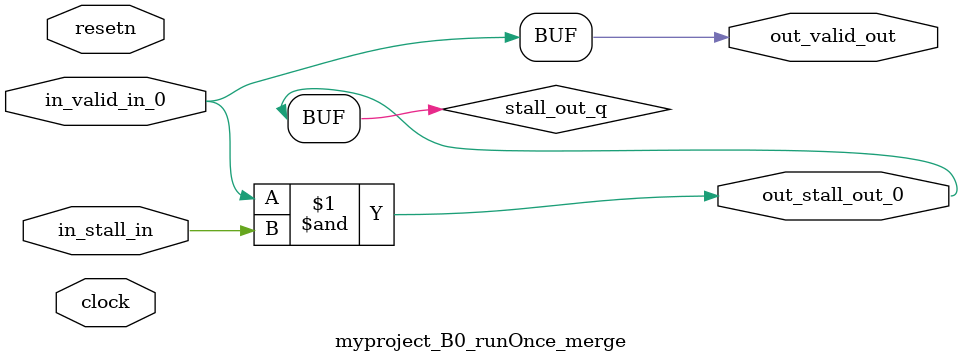
<source format=sv>



(* altera_attribute = "-name AUTO_SHIFT_REGISTER_RECOGNITION OFF; -name MESSAGE_DISABLE 10036; -name MESSAGE_DISABLE 10037; -name MESSAGE_DISABLE 14130; -name MESSAGE_DISABLE 14320; -name MESSAGE_DISABLE 15400; -name MESSAGE_DISABLE 14130; -name MESSAGE_DISABLE 10036; -name MESSAGE_DISABLE 12020; -name MESSAGE_DISABLE 12030; -name MESSAGE_DISABLE 12010; -name MESSAGE_DISABLE 12110; -name MESSAGE_DISABLE 14320; -name MESSAGE_DISABLE 13410; -name MESSAGE_DISABLE 113007; -name MESSAGE_DISABLE 10958" *)
module myproject_B0_runOnce_merge (
    input wire [0:0] in_stall_in,
    input wire [0:0] in_valid_in_0,
    output wire [0:0] out_stall_out_0,
    output wire [0:0] out_valid_out,
    input wire clock,
    input wire resetn
    );

    wire [0:0] stall_out_q;


    // stall_out(LOGICAL,6)
    assign stall_out_q = in_valid_in_0 & in_stall_in;

    // out_stall_out_0(GPOUT,4)
    assign out_stall_out_0 = stall_out_q;

    // out_valid_out(GPOUT,5)
    assign out_valid_out = in_valid_in_0;

endmodule

</source>
